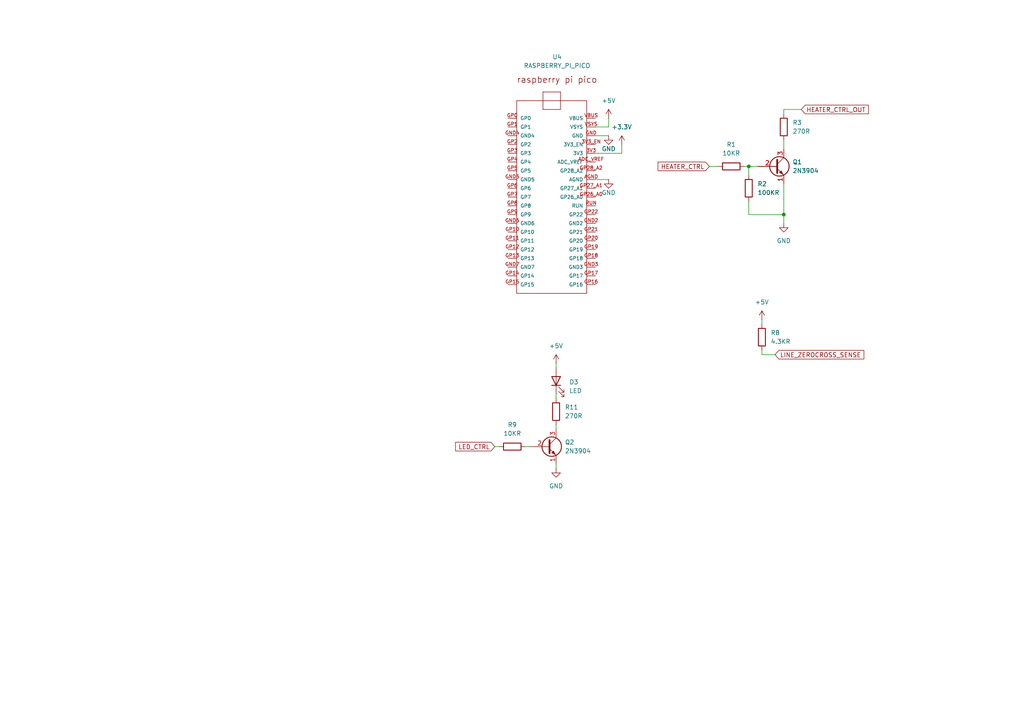
<source format=kicad_sch>
(kicad_sch (version 20231120) (generator "eeschema") (generator_version "8.0")
  (paper "A4")
  (lib_symbols
    (symbol "Device:LED" (pin_numbers hide) (pin_names (offset 1.016) hide)
      (property "Reference" "D" (at 0 2.54 0))
      (property "Value" "LED" (at 0 -2.54 0))
      (symbol "LED_0_1"
        (polyline (pts (xy -1.27 -1.27) (xy -1.27 1.27)) (stroke (width 0.254)))
        (polyline (pts (xy -1.27 0) (xy 1.27 0)))
        (polyline (pts (xy 1.27 -1.27) (xy 1.27 1.27) (xy -1.27 0) (xy 1.27 -1.27)) (stroke (width 0.254)))
        (polyline (pts (xy -3.048 -0.762) (xy -4.572 -2.286) (xy -3.81 -2.286) (xy -4.572 -2.286) (xy -4.572 -1.524)))
        (polyline (pts (xy -1.778 -0.762) (xy -3.302 -2.286) (xy -2.54 -2.286) (xy -3.302 -2.286) (xy -3.302 -1.524)))
      )
      (symbol "LED_1_1"
        (pin passive line (at -3.81 0 0) (length 2.54) (name "K") (number "1"))
        (pin passive line (at 3.81 0 180) (length 2.54) (name "A") (number "2"))
      )
    )
    (symbol "Device:R" (pin_numbers hide) (pin_names (offset 0))
      (property "Reference" "R" (at 2.032 0 90))
      (property "Value" "R" (at 0 0 90))
      (symbol "R_0_1"
        (rectangle (start -1.016 -2.54) (end 1.016 2.54) (stroke (width 0.254)))
      )
      (symbol "R_1_1"
        (pin passive line (at 0 3.81 270) (length 1.27) (name "~") (number "1"))
        (pin passive line (at 0 -3.81 90) (length 1.27) (name "~") (number "2"))
      )
    )
    (symbol "RASPBERRY_PI_PICO:RASPBERRY_PI_PICO" (pin_names (offset 1.016))
      (property "Reference" "U" (at 0 0 0))
      (property "Value" "RASPBERRY_PI_PICO" (at 0 0 0))
      (symbol "RASPBERRY_PI_PICO_0_0"
        (polyline (pts (xy -7.62 -30.48) (xy 12.7 -30.48)) (stroke (width 0.1524)))
        (polyline (pts (xy -7.62 25.4) (xy -7.62 -30.48)) (stroke (width 0.1524)))
        (polyline (pts (xy 0 22.86) (xy 5.08 22.86)) (stroke (width 0.1524)))
        (polyline (pts (xy 0 27.94) (xy 0 22.86)) (stroke (width 0.1524)))
        (polyline (pts (xy 5.08 22.86) (xy 5.08 27.94)) (stroke (width 0.1524)))
        (polyline (pts (xy 5.08 27.94) (xy 0 27.94)) (stroke (width 0.1524)))
        (polyline (pts (xy 12.7 -30.48) (xy 12.7 25.4)) (stroke (width 0.1524)))
        (polyline (pts (xy 12.7 25.4) (xy -7.62 25.4)) (stroke (width 0.1524)))
        (text "raspberry pi pico" (at -7.62 30.48 0) (effects (font (size 1.778 1.778)) (justify left bottom)))
        (pin bidirectional line (at 15.24 10.16 180) (length 2.54) (name "3V3") (number "3V3"))
        (pin bidirectional line (at 15.24 12.7 180) (length 2.54) (name "3V3_EN") (number "3V3_EN"))
        (pin bidirectional line (at 15.24 7.62 180) (length 2.54) (name "ADC_VREF") (number "ADC_VREF"))
        (pin bidirectional line (at 15.24 2.54 180) (length 2.54) (name "AGND") (number "AGND"))
        (pin bidirectional line (at 15.24 15.24 180) (length 2.54) (name "GND") (number "GND"))
        (pin bidirectional line (at 15.24 -10.16 180) (length 2.54) (name "GND2") (number "GND2"))
        (pin bidirectional line (at 15.24 -22.86 180) (length 2.54) (name "GND3") (number "GND3"))
        (pin bidirectional line (at -10.16 15.24 0) (length 2.54) (name "GND4") (number "GND4"))
        (pin bidirectional line (at -10.16 2.54 0) (length 2.54) (name "GND5") (number "GND5"))
        (pin bidirectional line (at -10.16 -10.16 0) (length 2.54) (name "GND6") (number "GND6"))
        (pin bidirectional line (at -10.16 -22.86 0) (length 2.54) (name "GND7") (number "GND7"))
        (pin bidirectional line (at -10.16 20.32 0) (length 2.54) (name "GP0") (number "GP0"))
        (pin bidirectional line (at -10.16 17.78 0) (length 2.54) (name "GP1") (number "GP1"))
        (pin bidirectional line (at -10.16 -12.7 0) (length 2.54) (name "GP10") (number "GP10"))
        (pin bidirectional line (at -10.16 -15.24 0) (length 2.54) (name "GP11") (number "GP11"))
        (pin bidirectional line (at -10.16 -17.78 0) (length 2.54) (name "GP12") (number "GP12"))
        (pin bidirectional line (at -10.16 -20.32 0) (length 2.54) (name "GP13") (number "GP13"))
        (pin bidirectional line (at -10.16 -25.4 0) (length 2.54) (name "GP14") (number "GP14"))
        (pin bidirectional line (at -10.16 -27.94 0) (length 2.54) (name "GP15") (number "GP15"))
        (pin bidirectional line (at 15.24 -27.94 180) (length 2.54) (name "GP16") (number "GP16"))
        (pin bidirectional line (at 15.24 -25.4 180) (length 2.54) (name "GP17") (number "GP17"))
        (pin bidirectional line (at 15.24 -20.32 180) (length 2.54) (name "GP18") (number "GP18"))
        (pin bidirectional line (at 15.24 -17.78 180) (length 2.54) (name "GP19") (number "GP19"))
        (pin bidirectional line (at -10.16 12.7 0) (length 2.54) (name "GP2") (number "GP2"))
        (pin bidirectional line (at 15.24 -15.24 180) (length 2.54) (name "GP20") (number "GP20"))
        (pin bidirectional line (at 15.24 -12.7 180) (length 2.54) (name "GP21") (number "GP21"))
        (pin bidirectional line (at 15.24 -7.62 180) (length 2.54) (name "GP22") (number "GP22"))
        (pin bidirectional line (at 15.24 -2.54 180) (length 2.54) (name "GP26_A0") (number "GP26_A0"))
        (pin bidirectional line (at 15.24 0 180) (length 2.54) (name "GP27_A1") (number "GP27_A1"))
        (pin bidirectional line (at 15.24 5.08 180) (length 2.54) (name "GP28_A2") (number "GP28_A2"))
        (pin bidirectional line (at -10.16 10.16 0) (length 2.54) (name "GP3") (number "GP3"))
        (pin bidirectional line (at -10.16 7.62 0) (length 2.54) (name "GP4") (number "GP4"))
        (pin bidirectional line (at -10.16 5.08 0) (length 2.54) (name "GP5") (number "GP5"))
        (pin bidirectional line (at -10.16 0 0) (length 2.54) (name "GP6") (number "GP6"))
        (pin bidirectional line (at -10.16 -2.54 0) (length 2.54) (name "GP7") (number "GP7"))
        (pin bidirectional line (at -10.16 -5.08 0) (length 2.54) (name "GP8") (number "GP8"))
        (pin bidirectional line (at -10.16 -7.62 0) (length 2.54) (name "GP9") (number "GP9"))
        (pin bidirectional line (at 15.24 -5.08 180) (length 2.54) (name "RUN") (number "RUN"))
        (pin bidirectional line (at 15.24 20.32 180) (length 2.54) (name "VBUS") (number "VBUS"))
        (pin bidirectional line (at 15.24 17.78 180) (length 2.54) (name "VSYS") (number "VSYS"))
      )
    )
    (symbol "Transistor_BJT:2N3904" (pin_names (offset 0) hide)
      (property "Reference" "Q" (at 5.08 1.905 0))
      (property "Value" "2N3904" (at 5.08 0 0))
      (symbol "2N3904_0_1"
        (polyline (pts (xy 0.635 0.635) (xy 2.54 2.54)))
        (polyline (pts (xy 0.635 -0.635) (xy 2.54 -2.54) (xy 2.54 -2.54)))
        (polyline (pts (xy 0.635 1.905) (xy 0.635 -1.905) (xy 0.635 -1.905)) (stroke (width 0.508)))
        (polyline (pts (xy 1.27 -1.778) (xy 1.778 -1.27) (xy 2.286 -2.286) (xy 1.27 -1.778) (xy 1.27 -1.778)) (fill (type outline)))
        (circle (center 1.27 0) (radius 2.8194) (stroke (width 0.254)))
      )
      (symbol "2N3904_1_1"
        (pin passive line (at 2.54 -5.08 90) (length 2.54) (name "E") (number "1"))
        (pin passive line (at -5.08 0 0) (length 5.715) (name "B") (number "2"))
        (pin passive line (at 2.54 5.08 270) (length 2.54) (name "C") (number "3"))
      )
    )
    (symbol "power:+5V" (power) (pin_numbers hide) (pin_names (offset 0) hide)
      (property "Value" "+5V" (at 0 3.556 0))
      (symbol "+5V_0_1"
        (polyline (pts (xy -0.762 1.27) (xy 0 2.54)))
        (polyline (pts (xy 0 0) (xy 0 2.54)))
        (polyline (pts (xy 0 2.54) (xy 0.762 1.27)))
      )
      (symbol "+5V_1_1"
        (pin power_in line (at 0 0 90) (length 0) (name "~") (number "1"))
      )
    )
    (symbol "power:GND" (power) (pin_numbers hide) (pin_names (offset 0) hide)
      (property "Value" "GND" (at 0 -3.81 0))
      (symbol "GND_0_1"
        (polyline (pts (xy 0 0) (xy 0 -1.27) (xy 1.27 -1.27) (xy 0 -2.54) (xy -1.27 -1.27) (xy 0 -1.27)))
      )
      (symbol "GND_1_1"
        (pin power_in line (at 0 0 270) (length 0) (name "~") (number "1"))
      )
    )
  )
  (junction (at 217.17 48.26))
  (junction (at 227.33 62.23))
  (wire (pts (xy 220.98 92.71) (xy 220.98 93.98)))
  (wire (pts (xy 227.33 62.23) (xy 227.33 64.77)))
  (wire (pts (xy 217.17 62.23) (xy 227.33 62.23)))
  (wire (pts (xy 176.53 36.83) (xy 176.53 34.29)))
  (wire (pts (xy 161.29 134.62) (xy 161.29 135.89)))
  (wire (pts (xy 143.51 129.54) (xy 144.78 129.54)))
  (wire (pts (xy 220.98 102.87) (xy 224.79 102.87)))
  (wire (pts (xy 172.72 39.37) (xy 176.53 39.37)))
  (wire (pts (xy 215.9 48.26) (xy 217.17 48.26)))
  (wire (pts (xy 180.34 41.91) (xy 180.34 44.45)))
  (wire (pts (xy 227.33 53.34) (xy 227.33 62.23)))
  (wire (pts (xy 227.33 40.64) (xy 227.33 43.18)))
  (wire (pts (xy 161.29 105.41) (xy 161.29 106.68)))
  (wire (pts (xy 227.33 31.75) (xy 232.41 31.75)))
  (wire (pts (xy 161.29 114.3) (xy 161.29 115.57)))
  (wire (pts (xy 217.17 48.26) (xy 219.71 48.26)))
  (wire (pts (xy 227.33 31.75) (xy 227.33 33.02)))
  (wire (pts (xy 220.98 101.6) (xy 220.98 102.87)))
  (wire (pts (xy 172.72 52.07) (xy 176.53 52.07)))
  (wire (pts (xy 161.29 123.19) (xy 161.29 124.46)))
  (wire (pts (xy 217.17 48.26) (xy 217.17 50.8)))
  (wire (pts (xy 152.4 129.54) (xy 153.67 129.54)))
  (wire (pts (xy 205.74 48.26) (xy 208.28 48.26)))
  (wire (pts (xy 217.17 58.42) (xy 217.17 62.23)))
  (wire (pts (xy 172.72 36.83) (xy 176.53 36.83)))
  (wire (pts (xy 172.72 44.45) (xy 180.34 44.45)))
  (global_label "HEATER_CTRL_OUT" (shape input) (at 232.41 31.75 0) (property "Intersheetrefs" "${INTERSHEET_REFS}" (effects (hide yes))))
  (global_label "LINE_ZEROCROSS_SENSE" (shape input) (at 224.79 102.87 0) (property "Intersheetrefs" "${INTERSHEET_REFS}" (effects (hide yes))))
  (global_label "LED_CTRL" (shape input) (at 143.51 129.54 180) (property "Intersheetrefs" "${INTERSHEET_REFS}" (effects (hide yes))))
  (global_label "HEATER_CTRL" (shape input) (at 205.74 48.26 180) (property "Intersheetrefs" "${INTERSHEET_REFS}" (effects (hide yes))))
  (symbol (lib_id "power:GND") (at 161.29 135.89 0) (unit 1)
    (property "Reference" "#PWR11" (effects (hide yes)))
    (property "Value" "GND" (at 161.29 140.97 0))
    (property "Description" "Power symbol creates a global label with name \"GND\" , ground" (effects (hide yes)))
  )
  (symbol (lib_id "power:+5V") (at 176.53 34.29 0) (unit 1)
    (property "Reference" "#PWR16" (effects (hide yes)))
    (property "Value" "+5V" (at 176.53 29.21 0))
    (property "Description" "Power symbol creates a global label with name \"+5V\"" (effects (hide yes)))
  )
  (symbol (lib_id "power:+5V") (at 161.29 105.41 0) (unit 1)
    (property "Reference" "#PWR15" (effects (hide yes)))
    (property "Value" "+5V" (at 161.29 100.33 0))
    (property "Description" "Power symbol creates a global label with name \"+5V\"" (effects (hide yes)))
  )
  (symbol (lib_id "power:GND") (at 227.33 64.77 0) (unit 1)
    (property "Reference" "#PWR5" (effects (hide yes)))
    (property "Value" "GND" (at 227.33 69.85 0))
    (property "Description" "Power symbol creates a global label with name \"GND\" , ground" (effects (hide yes)))
  )
  (symbol (lib_id "power:+5V") (at 220.98 92.71 0) (unit 1)
    (property "Reference" "#PWR9" (effects (hide yes)))
    (property "Value" "+5V" (at 220.98 87.63 0))
    (property "Description" "Power symbol creates a global label with name \"+5V\"" (effects (hide yes)))
  )
  (symbol (lib_id "Device:R") (at 227.33 36.83 180) (unit 1)
    (property "Reference" "R3" (at 229.87 35.5599 0) (effects (justify right)))
    (property "Value" "270R" (at 229.87 38.0999 0) (effects (justify right)))
    (property "Description" "Resistor" (effects (hide yes)))
  )
  (symbol (lib_id "Transistor_BJT:2N3904") (at 158.75 129.54 0) (unit 1)
    (property "Reference" "Q2" (at 163.83 128.2699 0) (effects (justify left)))
    (property "Value" "2N3904" (at 163.83 130.8099 0) (effects (justify left)))
    (property "Footprint" "Package_TO_SOT_THT:TO-92_Inline" (effects (hide yes)))
    (property "Datasheet" "https://www.onsemi.com/pub/Collateral/2N3903-D.PDF" (effects (hide yes)))
    (property "Description" "0.2A Ic, 40V Vce, Small Signal NPN Transistor, TO-92" (effects (hide yes)))
  )
  (symbol (lib_id "power:GND") (at 176.53 52.07 0) (unit 1)
    (property "Reference" "#PWR13" (effects (hide yes)))
    (property "Value" "GND" (at 176.53 55.88 0))
    (property "Description" "Power symbol creates a global label with name \"GND\" , ground" (effects (hide yes)))
  )
  (symbol (lib_id "Device:R") (at 217.17 54.61 0) (unit 1)
    (property "Reference" "R2" (at 219.71 53.3399 0) (effects (justify left)))
    (property "Value" "100KR" (at 219.71 55.8799 0) (effects (justify left)))
    (property "Description" "Resistor" (effects (hide yes)))
  )
  (symbol (lib_id "Device:LED") (at 161.29 110.49 90) (unit 1)
    (property "Reference" "D3" (at 165.1 110.8074 90) (effects (justify right)))
    (property "Value" "LED" (at 165.1 113.3474 90) (effects (justify right)))
    (property "Description" "Light emitting diode" (effects (hide yes)))
  )
  (symbol (lib_id "Device:R") (at 220.98 97.79 180) (unit 1)
    (property "Reference" "R8" (at 223.52 96.5199 0) (effects (justify right)))
    (property "Value" "4.3KR" (at 223.52 99.0599 0) (effects (justify right)))
    (property "Description" "Resistor" (effects (hide yes)))
  )
  (symbol (lib_id "power:GND") (at 176.53 39.37 0) (unit 1)
    (property "Reference" "#PWR14" (effects (hide yes)))
    (property "Value" "GND" (at 176.53 43.18 0))
    (property "Description" "Power symbol creates a global label with name \"GND\" , ground" (effects (hide yes)))
  )
  (symbol (lib_id "power:+5V") (at 180.34 41.91 0) (unit 1)
    (property "Reference" "#PWR12" (effects (hide yes)))
    (property "Value" "+3.3V" (at 180.34 36.83 0))
    (property "Description" "Power symbol creates a global label with name \"+5V\"" (effects (hide yes)))
  )
  (symbol (lib_id "RASPBERRY_PI_PICO:RASPBERRY_PI_PICO") (at 157.48 54.61 0) (unit 1)
    (property "Reference" "U4" (at 161.5771 16.51 0))
    (property "Value" "RASPBERRY_PI_PICO" (at 161.5771 19.05 0))
    (property "Footprint" "RASPBERRY_PI_PICO:RASPBERRY_PI_PICO" (effects (hide yes)))
    (property "MF" "Raspberry Pi" (effects (hide yes)))
    (property "Description_1" "\n                        \n                            Raspberry Pi Board, Arm Cortex-M0+; Core Architecture:Arm; Core Sub-Architecture:Cortex-M0+; Kit Contents:Raspberry Pi Pico Board; No. Of Bits:32Bit; Silicon Core Number:Rp2040; Silicon Manufacturer:Raspberry Pi |Raspberry-Pi RASPBERRY PI PICO\n                        \n" (effects (hide yes)))
    (property "Package" "None" (effects (hide yes)))
    (property "Price" "None" (effects (hide yes)))
    (property "SnapEDA_Link" "https://www.snapeda.com/parts/RASPBERRY%20PI%20PICO/Raspberry+Pi/view-part/?ref=snap" (effects (hide yes)))
    (property "MP" "RASPBERRY PI PICO" (effects (hide yes)))
    (property "Availability" "Not in stock" (effects (hide yes)))
    (property "Check_prices" "https://www.snapeda.com/parts/RASPBERRY%20PI%20PICO/Raspberry+Pi/view-part/?ref=eda" (effects (hide yes)))
  )
  (symbol (lib_id "Device:R") (at 212.09 48.26 270) (unit 1)
    (property "Reference" "R1" (at 212.09 41.91 90))
    (property "Value" "10KR" (at 212.09 44.45 90))
    (property "Description" "Resistor" (effects (hide yes)))
  )
  (symbol (lib_id "Device:R") (at 161.29 119.38 180) (unit 1)
    (property "Reference" "R11" (at 163.83 118.1099 0) (effects (justify right)))
    (property "Value" "270R" (at 163.83 120.6499 0) (effects (justify right)))
    (property "Description" "Resistor" (effects (hide yes)))
  )
  (symbol (lib_id "Transistor_BJT:2N3904") (at 224.79 48.26 0) (unit 1)
    (property "Reference" "Q1" (at 229.87 46.9899 0) (effects (justify left)))
    (property "Value" "2N3904" (at 229.87 49.5299 0) (effects (justify left)))
    (property "Footprint" "Package_TO_SOT_THT:TO-92_Inline" (effects (hide yes)))
    (property "Datasheet" "https://www.onsemi.com/pub/Collateral/2N3903-D.PDF" (effects (hide yes)))
    (property "Description" "0.2A Ic, 40V Vce, Small Signal NPN Transistor, TO-92" (effects (hide yes)))
  )
  (symbol (lib_id "Device:R") (at 148.59 129.54 270) (unit 1)
    (property "Reference" "R9" (at 148.59 123.19 90))
    (property "Value" "10KR" (at 148.59 125.73 90))
    (property "Description" "Resistor" (effects (hide yes)))
  )
)
</source>
